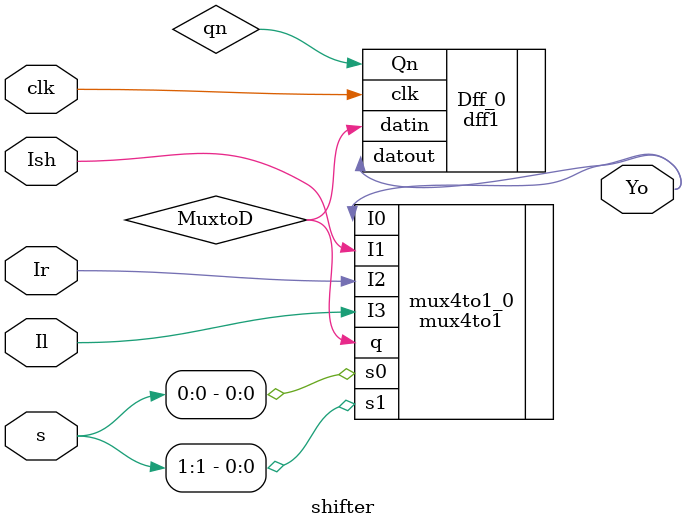
<source format=v>
module shifter (Ish, Il, Ir,s, clk, Yo);

//ioports 
input Ish, Il, Ir, clk;
input [1:0] s;
output Yo;

//internal net
//wire DtoMux;
wire MuxtoD;
wire qn;
//description
dff1 Dff_0 ( .clk(clk),
             .datin(MuxtoD),
				 .datout(Yo),
		       .Qn(qn)
				 );
				 
mux4to1 mux4to1_0 (
                   .I0(Yo),
						 .I1(Ish),
						 .I2(Ir),
						 .I3(Il),
						 .s0(s[0]),
						 .s1(s[1]),
						 .q(MuxtoD)
                  );

endmodule 
</source>
